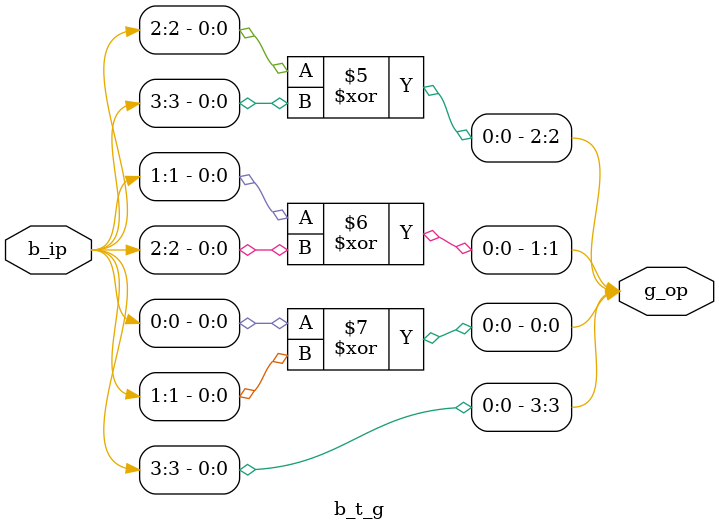
<source format=sv>
module b_t_g #(
    parameter WIDTH = 4  // Default 4-bit
) (
    input  logic [WIDTH-1:0] b_ip,  // Binary input [WIDTH-1:0]
    output logic [WIDTH-1:0] g_op   // Gray output [WIDTH-1:0]
);

    always_comb begin
        // MSB unchanged (bit WIDTH-1)
        g_op[WIDTH-1] = b_ip[WIDTH-1];
        
        // Loop for lower bits: g[i] = b[i] ^ b[i+1]
        for (int i = WIDTH-2; i >= 0; i--) begin
            g_op[i] = b_ip[i] ^ b_ip[i+1];
        end
    end

endmodule

</source>
